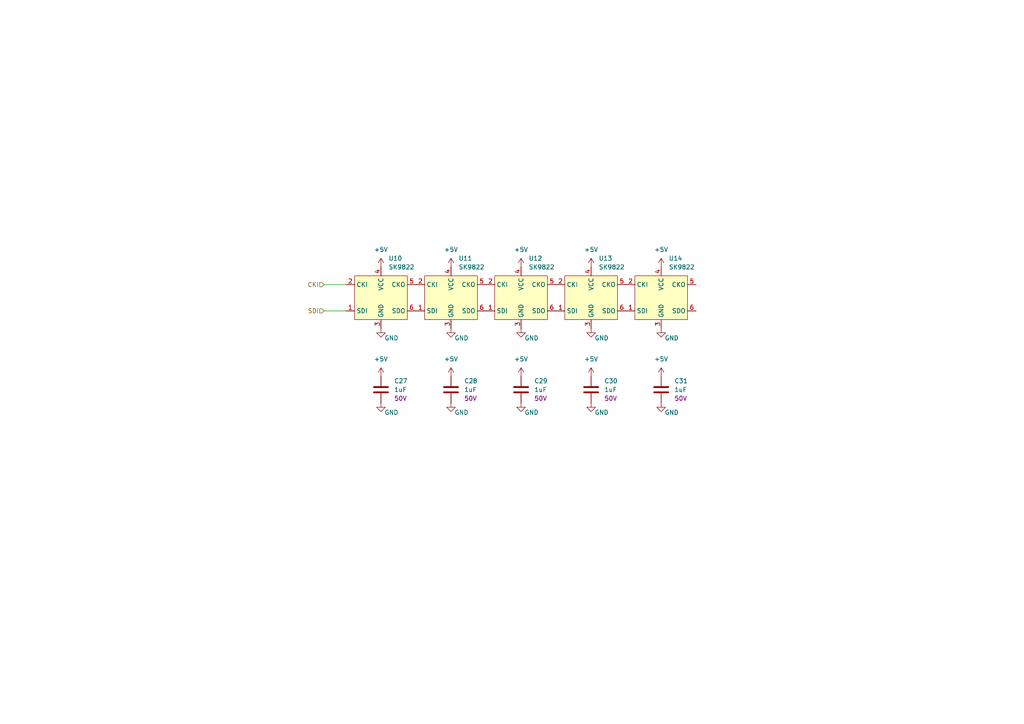
<source format=kicad_sch>
(kicad_sch (version 20231120) (generator "eeschema") (generator_version "8.0")
  (paper "A4")
  (lib_symbols
    (symbol "Device:C" (pin_numbers hide) (pin_names (offset 0.254))
      (property "Reference" "C" (at 0.635 2.54 0))
      (property "Value" "C" (at 0.635 -2.54 0))
      (symbol "C_0_1"
        (polyline (pts (xy -2.032 -0.762) (xy 2.032 -0.762)) (stroke (width 0.508)))
        (polyline (pts (xy -2.032 0.762) (xy 2.032 0.762)) (stroke (width 0.508)))
      )
      (symbol "C_1_1"
        (pin passive line (at 0 3.81 270) (length 2.794) (name "~") (number "1"))
        (pin passive line (at 0 -3.81 90) (length 2.794) (name "~") (number "2"))
      )
    )
    (symbol "parts:SK99822"
      (property "Reference" "U" (at -8.636 6.096 0))
      (property "Value" "SK9822" (at -5.842 4.064 0))
      (symbol "SK99822_1_1"
        (rectangle (start -7.62 0) (end 7.62 -12.7) (fill (type background)))
        (pin input line (at -10.16 -10.16 0) (length 2.54) (name "SDI") (number "1"))
        (pin input line (at -10.16 -2.54 0) (length 2.54) (name "CKI") (number "2"))
        (pin power_in line (at 0 -15.24 90) (length 2.54) (name "GND") (number "3"))
        (pin power_in line (at 0 2.54 270) (length 2.54) (name "VCC") (number "4"))
        (pin output line (at 10.16 -2.54 180) (length 2.54) (name "CKO") (number "5"))
        (pin output line (at 10.16 -10.16 180) (length 2.54) (name "SDO") (number "6"))
      )
    )
    (symbol "power:+5V" (power) (pin_numbers hide) (pin_names (offset 0) hide)
      (property "Value" "+5V" (at 0 3.556 0))
      (symbol "+5V_0_1"
        (polyline (pts (xy -0.762 1.27) (xy 0 2.54)))
        (polyline (pts (xy 0 0) (xy 0 2.54)))
        (polyline (pts (xy 0 2.54) (xy 0.762 1.27)))
      )
      (symbol "+5V_1_1"
        (pin power_in line (at 0 0 90) (length 0) (name "~") (number "1"))
      )
    )
    (symbol "power:GND" (power) (pin_numbers hide) (pin_names (offset 0) hide)
      (property "Value" "GND" (at 0 -3.81 0))
      (symbol "GND_0_1"
        (polyline (pts (xy 0 0) (xy 0 -1.27) (xy 1.27 -1.27) (xy 0 -2.54) (xy -1.27 -1.27) (xy 0 -1.27)))
      )
      (symbol "GND_1_1"
        (pin power_in line (at 0 0 270) (length 0) (name "~") (number "1"))
      )
    )
  )
  (wire (pts (xy 93.98 90.17) (xy 100.33 90.17)))
  (wire (pts (xy 93.98 82.55) (xy 100.33 82.55)))
  (hierarchical_label "SDI" (shape input) (at 93.98 90.17 180))
  (hierarchical_label "CKI" (shape input) (at 93.98 82.55 180))
  (symbol (lib_id "power:GND") (at 191.77 116.84 0) (unit 1)
    (property "Reference" "#PWR043" (effects (hide yes)))
    (property "Value" "GND" (at 194.818 119.634 0))
    (property "Description" "Power symbol creates a global label with name \"GND\" , ground" (effects (hide yes)))
  )
  (symbol (lib_id "power:+5V") (at 191.77 77.47 0) (unit 1)
    (property "Reference" "#PWR060" (effects (hide yes)))
    (property "Value" "+5V" (at 191.77 72.39 0))
    (property "Description" "Power symbol creates a global label with name \"+5V\"" (effects (hide yes)))
  )
  (symbol (lib_id "power:+5V") (at 151.13 77.47 0) (unit 1)
    (property "Reference" "#PWR056" (effects (hide yes)))
    (property "Value" "+5V" (at 151.13 72.39 0))
    (property "Description" "Power symbol creates a global label with name \"+5V\"" (effects (hide yes)))
  )
  (symbol (lib_id "parts:SK99822") (at 110.49 80.01 0) (unit 1)
    (property "Reference" "U10" (at 112.6841 74.93 0) (effects (justify left)))
    (property "Value" "SK9822" (at 112.6841 77.47 0) (effects (justify left)))
    (property "Footprint" "footprints:OPSCO_SK9822" (effects (hide yes)))
    (property "Datasheet" "https://www.lcsc.com/datasheet/lcsc_datasheet_2110211830_OPSCO-Optoelectronics-SK9822_C2829089.pdf" (effects (hide yes)))
    (property "MFPN" "SK9822-A" (effects (hide yes)))
  )
  (symbol (lib_id "power:GND") (at 130.81 116.84 0) (unit 1)
    (property "Reference" "#PWR037" (effects (hide yes)))
    (property "Value" "GND" (at 133.858 119.634 0))
    (property "Description" "Power symbol creates a global label with name \"GND\" , ground" (effects (hide yes)))
  )
  (symbol (lib_id "power:+5V") (at 130.81 77.47 0) (unit 1)
    (property "Reference" "#PWR054" (effects (hide yes)))
    (property "Value" "+5V" (at 130.81 72.39 0))
    (property "Description" "Power symbol creates a global label with name \"+5V\"" (effects (hide yes)))
  )
  (symbol (lib_id "power:GND") (at 151.13 116.84 0) (unit 1)
    (property "Reference" "#PWR039" (effects (hide yes)))
    (property "Value" "GND" (at 154.178 119.634 0))
    (property "Description" "Power symbol creates a global label with name \"GND\" , ground" (effects (hide yes)))
  )
  (symbol (lib_id "parts:SK99822") (at 171.45 80.01 0) (unit 1)
    (property "Reference" "U13" (at 173.6441 74.93 0) (effects (justify left)))
    (property "Value" "SK9822" (at 173.6441 77.47 0) (effects (justify left)))
    (property "Footprint" "footprints:OPSCO_SK9822" (effects (hide yes)))
    (property "Datasheet" "https://www.lcsc.com/datasheet/lcsc_datasheet_2110211830_OPSCO-Optoelectronics-SK9822_C2829089.pdf" (effects (hide yes)))
    (property "MFPN" "SK9822-A" (effects (hide yes)))
  )
  (symbol (lib_id "Device:C") (at 151.13 113.03 0) (unit 1)
    (property "Reference" "C29" (at 154.94 110.4899 0) (effects (justify left)))
    (property "Value" "1uF" (at 154.94 113.0299 0) (effects (justify left)))
    (property "Footprint" "Capacitor_SMD:C_0805_2012Metric" (effects (hide yes)))
    (property "Description" "Unpolarized capacitor" (effects (hide yes)))
    (property "MFPN" "CL21B105KBFNNNE" (effects (hide yes)))
    (property "Voltage" "50V" (at 154.94 115.5699 0) (effects (justify left)))
    (property "$/1,10,100" "0.170,0.068,0.044" (effects (hide yes)))
  )
  (symbol (lib_id "power:+5V") (at 110.49 109.22 0) (unit 1)
    (property "Reference" "#PWR035" (effects (hide yes)))
    (property "Value" "+5V" (at 110.49 104.14 0))
    (property "Description" "Power symbol creates a global label with name \"+5V\"" (effects (hide yes)))
  )
  (symbol (lib_id "parts:SK99822") (at 151.13 80.01 0) (unit 1)
    (property "Reference" "U12" (at 153.3241 74.93 0) (effects (justify left)))
    (property "Value" "SK9822" (at 153.3241 77.47 0) (effects (justify left)))
    (property "Footprint" "footprints:OPSCO_SK9822" (effects (hide yes)))
    (property "Datasheet" "https://www.lcsc.com/datasheet/lcsc_datasheet_2110211830_OPSCO-Optoelectronics-SK9822_C2829089.pdf" (effects (hide yes)))
    (property "MFPN" "SK9822-A" (effects (hide yes)))
  )
  (symbol (lib_id "power:GND") (at 110.49 95.25 0) (unit 1)
    (property "Reference" "#PWR053" (effects (hide yes)))
    (property "Value" "GND" (at 113.538 98.044 0))
    (property "Description" "Power symbol creates a global label with name \"GND\" , ground" (effects (hide yes)))
  )
  (symbol (lib_id "parts:SK99822") (at 191.77 80.01 0) (unit 1)
    (property "Reference" "U14" (at 193.9641 74.93 0) (effects (justify left)))
    (property "Value" "SK9822" (at 193.9641 77.47 0) (effects (justify left)))
    (property "Footprint" "footprints:OPSCO_SK9822" (effects (hide yes)))
    (property "Datasheet" "https://www.lcsc.com/datasheet/lcsc_datasheet_2110211830_OPSCO-Optoelectronics-SK9822_C2829089.pdf" (effects (hide yes)))
    (property "MFPN" "SK9822-A" (effects (hide yes)))
  )
  (symbol (lib_id "power:+5V") (at 191.77 109.22 0) (unit 1)
    (property "Reference" "#PWR042" (effects (hide yes)))
    (property "Value" "+5V" (at 191.77 104.14 0))
    (property "Description" "Power symbol creates a global label with name \"+5V\"" (effects (hide yes)))
  )
  (symbol (lib_id "power:GND") (at 110.49 116.84 0) (unit 1)
    (property "Reference" "#PWR034" (effects (hide yes)))
    (property "Value" "GND" (at 113.538 119.634 0))
    (property "Description" "Power symbol creates a global label with name \"GND\" , ground" (effects (hide yes)))
  )
  (symbol (lib_id "power:GND") (at 191.77 95.25 0) (unit 1)
    (property "Reference" "#PWR061" (effects (hide yes)))
    (property "Value" "GND" (at 194.818 98.044 0))
    (property "Description" "Power symbol creates a global label with name \"GND\" , ground" (effects (hide yes)))
  )
  (symbol (lib_id "power:+5V") (at 171.45 109.22 0) (unit 1)
    (property "Reference" "#PWR040" (effects (hide yes)))
    (property "Value" "+5V" (at 171.45 104.14 0))
    (property "Description" "Power symbol creates a global label with name \"+5V\"" (effects (hide yes)))
  )
  (symbol (lib_id "power:+5V") (at 130.81 109.22 0) (unit 1)
    (property "Reference" "#PWR036" (effects (hide yes)))
    (property "Value" "+5V" (at 130.81 104.14 0))
    (property "Description" "Power symbol creates a global label with name \"+5V\"" (effects (hide yes)))
  )
  (symbol (lib_id "parts:SK99822") (at 130.81 80.01 0) (unit 1)
    (property "Reference" "U11" (at 133.0041 74.93 0) (effects (justify left)))
    (property "Value" "SK9822" (at 133.0041 77.47 0) (effects (justify left)))
    (property "Footprint" "footprints:OPSCO_SK9822" (effects (hide yes)))
    (property "Datasheet" "https://www.lcsc.com/datasheet/lcsc_datasheet_2110211830_OPSCO-Optoelectronics-SK9822_C2829089.pdf" (effects (hide yes)))
    (property "MFPN" "SK9822-A" (effects (hide yes)))
  )
  (symbol (lib_id "power:+5V") (at 110.49 77.47 0) (unit 1)
    (property "Reference" "#PWR052" (effects (hide yes)))
    (property "Value" "+5V" (at 110.49 72.39 0))
    (property "Description" "Power symbol creates a global label with name \"+5V\"" (effects (hide yes)))
  )
  (symbol (lib_id "power:+5V") (at 171.45 77.47 0) (unit 1)
    (property "Reference" "#PWR058" (effects (hide yes)))
    (property "Value" "+5V" (at 171.45 72.39 0))
    (property "Description" "Power symbol creates a global label with name \"+5V\"" (effects (hide yes)))
  )
  (symbol (lib_id "power:GND") (at 151.13 95.25 0) (unit 1)
    (property "Reference" "#PWR057" (effects (hide yes)))
    (property "Value" "GND" (at 154.178 98.044 0))
    (property "Description" "Power symbol creates a global label with name \"GND\" , ground" (effects (hide yes)))
  )
  (symbol (lib_id "Device:C") (at 110.49 113.03 0) (unit 1)
    (property "Reference" "C27" (at 114.3 110.4899 0) (effects (justify left)))
    (property "Value" "1uF" (at 114.3 113.0299 0) (effects (justify left)))
    (property "Footprint" "Capacitor_SMD:C_0805_2012Metric" (effects (hide yes)))
    (property "Description" "Unpolarized capacitor" (effects (hide yes)))
    (property "MFPN" "CL21B105KBFNNNE" (effects (hide yes)))
    (property "Voltage" "50V" (at 114.3 115.5699 0) (effects (justify left)))
    (property "$/1,10,100" "0.170,0.068,0.044" (effects (hide yes)))
  )
  (symbol (lib_id "power:GND") (at 171.45 95.25 0) (unit 1)
    (property "Reference" "#PWR059" (effects (hide yes)))
    (property "Value" "GND" (at 174.498 98.044 0))
    (property "Description" "Power symbol creates a global label with name \"GND\" , ground" (effects (hide yes)))
  )
  (symbol (lib_id "power:+5V") (at 151.13 109.22 0) (unit 1)
    (property "Reference" "#PWR038" (effects (hide yes)))
    (property "Value" "+5V" (at 151.13 104.14 0))
    (property "Description" "Power symbol creates a global label with name \"+5V\"" (effects (hide yes)))
  )
  (symbol (lib_id "Device:C") (at 191.77 113.03 0) (unit 1)
    (property "Reference" "C31" (at 195.58 110.4899 0) (effects (justify left)))
    (property "Value" "1uF" (at 195.58 113.0299 0) (effects (justify left)))
    (property "Footprint" "Capacitor_SMD:C_0805_2012Metric" (effects (hide yes)))
    (property "Description" "Unpolarized capacitor" (effects (hide yes)))
    (property "MFPN" "CL21B105KBFNNNE" (effects (hide yes)))
    (property "Voltage" "50V" (at 195.58 115.5699 0) (effects (justify left)))
    (property "$/1,10,100" "0.170,0.068,0.044" (effects (hide yes)))
  )
  (symbol (lib_id "Device:C") (at 130.81 113.03 0) (unit 1)
    (property "Reference" "C28" (at 134.62 110.4899 0) (effects (justify left)))
    (property "Value" "1uF" (at 134.62 113.0299 0) (effects (justify left)))
    (property "Footprint" "Capacitor_SMD:C_0805_2012Metric" (effects (hide yes)))
    (property "Description" "Unpolarized capacitor" (effects (hide yes)))
    (property "MFPN" "CL21B105KBFNNNE" (effects (hide yes)))
    (property "Voltage" "50V" (at 134.62 115.5699 0) (effects (justify left)))
    (property "$/1,10,100" "0.170,0.068,0.044" (effects (hide yes)))
  )
  (symbol (lib_id "power:GND") (at 130.81 95.25 0) (unit 1)
    (property "Reference" "#PWR055" (effects (hide yes)))
    (property "Value" "GND" (at 133.858 98.044 0))
    (property "Description" "Power symbol creates a global label with name \"GND\" , ground" (effects (hide yes)))
  )
  (symbol (lib_id "Device:C") (at 171.45 113.03 0) (unit 1)
    (property "Reference" "C30" (at 175.26 110.4899 0) (effects (justify left)))
    (property "Value" "1uF" (at 175.26 113.0299 0) (effects (justify left)))
    (property "Footprint" "Capacitor_SMD:C_0805_2012Metric" (effects (hide yes)))
    (property "Description" "Unpolarized capacitor" (effects (hide yes)))
    (property "MFPN" "CL21B105KBFNNNE" (effects (hide yes)))
    (property "Voltage" "50V" (at 175.26 115.5699 0) (effects (justify left)))
    (property "$/1,10,100" "0.170,0.068,0.044" (effects (hide yes)))
  )
  (symbol (lib_id "power:GND") (at 171.45 116.84 0) (unit 1)
    (property "Reference" "#PWR041" (effects (hide yes)))
    (property "Value" "GND" (at 174.498 119.634 0))
    (property "Description" "Power symbol creates a global label with name \"GND\" , ground" (effects (hide yes)))
  )
)
</source>
